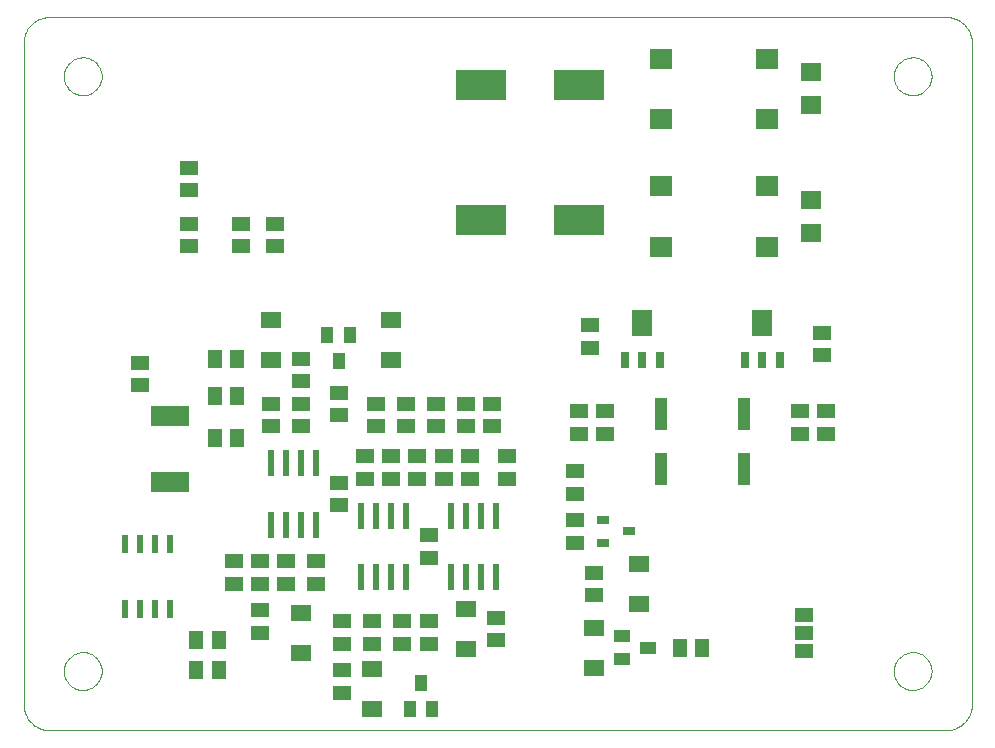
<source format=gtp>
G75*
G70*
%OFA0B0*%
%FSLAX24Y24*%
%IPPOS*%
%LPD*%
%AMOC8*
5,1,8,0,0,1.08239X$1,22.5*
%
%ADD10C,0.0000*%
%ADD11R,0.0748X0.0669*%
%ADD12R,0.0591X0.0512*%
%ADD13R,0.0709X0.0630*%
%ADD14R,0.0394X0.0276*%
%ADD15R,0.1260X0.0709*%
%ADD16R,0.0240X0.0600*%
%ADD17R,0.0236X0.0866*%
%ADD18R,0.1693X0.0984*%
%ADD19R,0.0394X0.1102*%
%ADD20R,0.0512X0.0591*%
%ADD21R,0.0709X0.0551*%
%ADD22R,0.0315X0.0551*%
%ADD23R,0.0709X0.0866*%
%ADD24R,0.0394X0.0551*%
%ADD25R,0.0551X0.0394*%
%ADD26R,0.0630X0.0460*%
D10*
X003736Y007660D02*
X033762Y007660D01*
X033763Y007660D02*
X033820Y007666D01*
X033877Y007676D01*
X033933Y007690D01*
X033988Y007708D01*
X034042Y007729D01*
X034094Y007754D01*
X034144Y007783D01*
X034192Y007815D01*
X034238Y007850D01*
X034282Y007888D01*
X034322Y007928D01*
X034360Y007972D01*
X034395Y008018D01*
X034427Y008066D01*
X034456Y008116D01*
X034481Y008168D01*
X034502Y008222D01*
X034520Y008277D01*
X034534Y008333D01*
X034544Y008390D01*
X034550Y008447D01*
X034550Y030637D01*
X034550Y030638D02*
X034544Y030695D01*
X034534Y030752D01*
X034520Y030808D01*
X034502Y030863D01*
X034481Y030917D01*
X034456Y030969D01*
X034427Y031019D01*
X034395Y031067D01*
X034360Y031113D01*
X034322Y031157D01*
X034282Y031197D01*
X034238Y031235D01*
X034192Y031270D01*
X034144Y031302D01*
X034094Y031331D01*
X034042Y031356D01*
X033988Y031377D01*
X033933Y031395D01*
X033877Y031409D01*
X033820Y031419D01*
X033763Y031425D01*
X033762Y031425D02*
X003736Y031425D01*
X003679Y031419D01*
X003622Y031409D01*
X003566Y031395D01*
X003511Y031377D01*
X003457Y031356D01*
X003405Y031331D01*
X003355Y031302D01*
X003307Y031270D01*
X003261Y031235D01*
X003217Y031197D01*
X003177Y031157D01*
X003139Y031113D01*
X003104Y031067D01*
X003072Y031019D01*
X003043Y030969D01*
X003018Y030917D01*
X002997Y030863D01*
X002979Y030808D01*
X002965Y030752D01*
X002955Y030695D01*
X002949Y030638D01*
X002949Y030637D02*
X002949Y008447D01*
X002955Y008390D01*
X002965Y008333D01*
X002979Y008277D01*
X002997Y008222D01*
X003018Y008168D01*
X003043Y008116D01*
X003072Y008066D01*
X003104Y008018D01*
X003139Y007972D01*
X003177Y007928D01*
X003217Y007888D01*
X003261Y007850D01*
X003307Y007815D01*
X003355Y007783D01*
X003405Y007754D01*
X003457Y007729D01*
X003511Y007708D01*
X003566Y007690D01*
X003622Y007676D01*
X003679Y007666D01*
X003736Y007660D01*
X004287Y009629D02*
X004289Y009679D01*
X004295Y009729D01*
X004305Y009778D01*
X004319Y009826D01*
X004336Y009873D01*
X004357Y009918D01*
X004382Y009962D01*
X004410Y010003D01*
X004442Y010042D01*
X004476Y010079D01*
X004513Y010113D01*
X004553Y010143D01*
X004595Y010170D01*
X004639Y010194D01*
X004685Y010215D01*
X004732Y010231D01*
X004780Y010244D01*
X004830Y010253D01*
X004879Y010258D01*
X004930Y010259D01*
X004980Y010256D01*
X005029Y010249D01*
X005078Y010238D01*
X005126Y010223D01*
X005172Y010205D01*
X005217Y010183D01*
X005260Y010157D01*
X005301Y010128D01*
X005340Y010096D01*
X005376Y010061D01*
X005408Y010023D01*
X005438Y009983D01*
X005465Y009940D01*
X005488Y009896D01*
X005507Y009850D01*
X005523Y009802D01*
X005535Y009753D01*
X005543Y009704D01*
X005547Y009654D01*
X005547Y009604D01*
X005543Y009554D01*
X005535Y009505D01*
X005523Y009456D01*
X005507Y009408D01*
X005488Y009362D01*
X005465Y009318D01*
X005438Y009275D01*
X005408Y009235D01*
X005376Y009197D01*
X005340Y009162D01*
X005301Y009130D01*
X005260Y009101D01*
X005217Y009075D01*
X005172Y009053D01*
X005126Y009035D01*
X005078Y009020D01*
X005029Y009009D01*
X004980Y009002D01*
X004930Y008999D01*
X004879Y009000D01*
X004830Y009005D01*
X004780Y009014D01*
X004732Y009027D01*
X004685Y009043D01*
X004639Y009064D01*
X004595Y009088D01*
X004553Y009115D01*
X004513Y009145D01*
X004476Y009179D01*
X004442Y009216D01*
X004410Y009255D01*
X004382Y009296D01*
X004357Y009340D01*
X004336Y009385D01*
X004319Y009432D01*
X004305Y009480D01*
X004295Y009529D01*
X004289Y009579D01*
X004287Y009629D01*
X004287Y029456D02*
X004289Y029506D01*
X004295Y029556D01*
X004305Y029605D01*
X004319Y029653D01*
X004336Y029700D01*
X004357Y029745D01*
X004382Y029789D01*
X004410Y029830D01*
X004442Y029869D01*
X004476Y029906D01*
X004513Y029940D01*
X004553Y029970D01*
X004595Y029997D01*
X004639Y030021D01*
X004685Y030042D01*
X004732Y030058D01*
X004780Y030071D01*
X004830Y030080D01*
X004879Y030085D01*
X004930Y030086D01*
X004980Y030083D01*
X005029Y030076D01*
X005078Y030065D01*
X005126Y030050D01*
X005172Y030032D01*
X005217Y030010D01*
X005260Y029984D01*
X005301Y029955D01*
X005340Y029923D01*
X005376Y029888D01*
X005408Y029850D01*
X005438Y029810D01*
X005465Y029767D01*
X005488Y029723D01*
X005507Y029677D01*
X005523Y029629D01*
X005535Y029580D01*
X005543Y029531D01*
X005547Y029481D01*
X005547Y029431D01*
X005543Y029381D01*
X005535Y029332D01*
X005523Y029283D01*
X005507Y029235D01*
X005488Y029189D01*
X005465Y029145D01*
X005438Y029102D01*
X005408Y029062D01*
X005376Y029024D01*
X005340Y028989D01*
X005301Y028957D01*
X005260Y028928D01*
X005217Y028902D01*
X005172Y028880D01*
X005126Y028862D01*
X005078Y028847D01*
X005029Y028836D01*
X004980Y028829D01*
X004930Y028826D01*
X004879Y028827D01*
X004830Y028832D01*
X004780Y028841D01*
X004732Y028854D01*
X004685Y028870D01*
X004639Y028891D01*
X004595Y028915D01*
X004553Y028942D01*
X004513Y028972D01*
X004476Y029006D01*
X004442Y029043D01*
X004410Y029082D01*
X004382Y029123D01*
X004357Y029167D01*
X004336Y029212D01*
X004319Y029259D01*
X004305Y029307D01*
X004295Y029356D01*
X004289Y029406D01*
X004287Y029456D01*
X031951Y029456D02*
X031953Y029506D01*
X031959Y029556D01*
X031969Y029605D01*
X031983Y029653D01*
X032000Y029700D01*
X032021Y029745D01*
X032046Y029789D01*
X032074Y029830D01*
X032106Y029869D01*
X032140Y029906D01*
X032177Y029940D01*
X032217Y029970D01*
X032259Y029997D01*
X032303Y030021D01*
X032349Y030042D01*
X032396Y030058D01*
X032444Y030071D01*
X032494Y030080D01*
X032543Y030085D01*
X032594Y030086D01*
X032644Y030083D01*
X032693Y030076D01*
X032742Y030065D01*
X032790Y030050D01*
X032836Y030032D01*
X032881Y030010D01*
X032924Y029984D01*
X032965Y029955D01*
X033004Y029923D01*
X033040Y029888D01*
X033072Y029850D01*
X033102Y029810D01*
X033129Y029767D01*
X033152Y029723D01*
X033171Y029677D01*
X033187Y029629D01*
X033199Y029580D01*
X033207Y029531D01*
X033211Y029481D01*
X033211Y029431D01*
X033207Y029381D01*
X033199Y029332D01*
X033187Y029283D01*
X033171Y029235D01*
X033152Y029189D01*
X033129Y029145D01*
X033102Y029102D01*
X033072Y029062D01*
X033040Y029024D01*
X033004Y028989D01*
X032965Y028957D01*
X032924Y028928D01*
X032881Y028902D01*
X032836Y028880D01*
X032790Y028862D01*
X032742Y028847D01*
X032693Y028836D01*
X032644Y028829D01*
X032594Y028826D01*
X032543Y028827D01*
X032494Y028832D01*
X032444Y028841D01*
X032396Y028854D01*
X032349Y028870D01*
X032303Y028891D01*
X032259Y028915D01*
X032217Y028942D01*
X032177Y028972D01*
X032140Y029006D01*
X032106Y029043D01*
X032074Y029082D01*
X032046Y029123D01*
X032021Y029167D01*
X032000Y029212D01*
X031983Y029259D01*
X031969Y029307D01*
X031959Y029356D01*
X031953Y029406D01*
X031951Y029456D01*
X031951Y009629D02*
X031953Y009679D01*
X031959Y009729D01*
X031969Y009778D01*
X031983Y009826D01*
X032000Y009873D01*
X032021Y009918D01*
X032046Y009962D01*
X032074Y010003D01*
X032106Y010042D01*
X032140Y010079D01*
X032177Y010113D01*
X032217Y010143D01*
X032259Y010170D01*
X032303Y010194D01*
X032349Y010215D01*
X032396Y010231D01*
X032444Y010244D01*
X032494Y010253D01*
X032543Y010258D01*
X032594Y010259D01*
X032644Y010256D01*
X032693Y010249D01*
X032742Y010238D01*
X032790Y010223D01*
X032836Y010205D01*
X032881Y010183D01*
X032924Y010157D01*
X032965Y010128D01*
X033004Y010096D01*
X033040Y010061D01*
X033072Y010023D01*
X033102Y009983D01*
X033129Y009940D01*
X033152Y009896D01*
X033171Y009850D01*
X033187Y009802D01*
X033199Y009753D01*
X033207Y009704D01*
X033211Y009654D01*
X033211Y009604D01*
X033207Y009554D01*
X033199Y009505D01*
X033187Y009456D01*
X033171Y009408D01*
X033152Y009362D01*
X033129Y009318D01*
X033102Y009275D01*
X033072Y009235D01*
X033040Y009197D01*
X033004Y009162D01*
X032965Y009130D01*
X032924Y009101D01*
X032881Y009075D01*
X032836Y009053D01*
X032790Y009035D01*
X032742Y009020D01*
X032693Y009009D01*
X032644Y009002D01*
X032594Y008999D01*
X032543Y009000D01*
X032494Y009005D01*
X032444Y009014D01*
X032396Y009027D01*
X032349Y009043D01*
X032303Y009064D01*
X032259Y009088D01*
X032217Y009115D01*
X032177Y009145D01*
X032140Y009179D01*
X032106Y009216D01*
X032074Y009255D01*
X032046Y009296D01*
X032021Y009340D01*
X032000Y009385D01*
X031983Y009432D01*
X031969Y009480D01*
X031959Y009529D01*
X031953Y009579D01*
X031951Y009629D01*
D11*
X027720Y023781D03*
X027720Y025789D03*
X027720Y028031D03*
X027720Y030039D03*
X024177Y030039D03*
X024177Y028031D03*
X024177Y025789D03*
X024177Y023781D03*
D12*
X021824Y021159D03*
X021824Y020411D03*
X021449Y018284D03*
X021449Y017536D03*
X022324Y017536D03*
X022324Y018284D03*
X021324Y016284D03*
X021324Y015536D03*
X021324Y014659D03*
X021324Y013911D03*
X021949Y012909D03*
X021949Y012161D03*
X018699Y011409D03*
X018699Y010661D03*
X016449Y010536D03*
X016449Y011284D03*
X015574Y011284D03*
X015574Y010536D03*
X014574Y010536D03*
X014574Y011284D03*
X013574Y011284D03*
X013574Y010536D03*
X013574Y009659D03*
X013574Y008911D03*
X010824Y010911D03*
X010824Y011659D03*
X010824Y012536D03*
X010824Y013284D03*
X011699Y013284D03*
X011699Y012536D03*
X012699Y012536D03*
X012699Y013284D03*
X013449Y015161D03*
X013449Y015909D03*
X014324Y016036D03*
X014324Y016784D03*
X015199Y016784D03*
X015199Y016036D03*
X016074Y016036D03*
X016074Y016784D03*
X016949Y016784D03*
X016949Y016036D03*
X017824Y016036D03*
X017824Y016784D03*
X017699Y017786D03*
X017699Y018534D03*
X018574Y018534D03*
X018574Y017786D03*
X019074Y016784D03*
X019074Y016036D03*
X016699Y017786D03*
X016699Y018534D03*
X015699Y018534D03*
X015699Y017786D03*
X014699Y017786D03*
X014699Y018534D03*
X013449Y018161D03*
X013449Y018909D03*
X012199Y018534D03*
X012199Y019286D03*
X012199Y020034D03*
X011199Y018534D03*
X011199Y017786D03*
X012199Y017786D03*
X009949Y013284D03*
X009949Y012536D03*
X016449Y013411D03*
X016449Y014159D03*
X011324Y023786D03*
X011324Y024534D03*
X010199Y024534D03*
X010199Y023786D03*
X008449Y023786D03*
X008449Y024534D03*
X008449Y025661D03*
X008449Y026409D03*
X006824Y019909D03*
X006824Y019161D03*
X028824Y018284D03*
X028824Y017536D03*
X029699Y017536D03*
X029699Y018284D03*
X029574Y020161D03*
X029574Y020909D03*
D13*
X029199Y024234D03*
X029199Y025336D03*
X029199Y028484D03*
X029199Y029586D03*
D14*
X022265Y014659D03*
X022265Y013911D03*
X023132Y014285D03*
D15*
X007824Y015933D03*
X007824Y018137D03*
D16*
X007824Y013865D03*
X007324Y013865D03*
X006824Y013865D03*
X006324Y013865D03*
X006324Y011705D03*
X006824Y011705D03*
X007324Y011705D03*
X007824Y011705D03*
D17*
X011199Y014511D03*
X011699Y014511D03*
X012199Y014511D03*
X012699Y014511D03*
X014199Y014809D03*
X014699Y014809D03*
X015199Y014809D03*
X015699Y014809D03*
X017199Y014809D03*
X017699Y014809D03*
X018199Y014809D03*
X018699Y014809D03*
X018699Y012761D03*
X018199Y012761D03*
X017699Y012761D03*
X017199Y012761D03*
X015699Y012761D03*
X015199Y012761D03*
X014699Y012761D03*
X014199Y012761D03*
X012699Y016559D03*
X012199Y016559D03*
X011699Y016559D03*
X011199Y016559D03*
D18*
X018190Y024660D03*
X021457Y024660D03*
X021457Y029160D03*
X018190Y029160D03*
D19*
X024199Y018210D03*
X024199Y016360D03*
X026949Y016360D03*
X026949Y018210D03*
D20*
X025573Y010410D03*
X024824Y010410D03*
X010073Y017410D03*
X009324Y017410D03*
X009324Y018785D03*
X010073Y018785D03*
X010073Y020035D03*
X009324Y020035D03*
X009448Y010660D03*
X008699Y010660D03*
X008699Y009660D03*
X009448Y009660D03*
D21*
X012199Y010241D03*
X012199Y011579D03*
X014574Y009704D03*
X014574Y008366D03*
X017699Y010366D03*
X017699Y011704D03*
X021949Y011079D03*
X021949Y009741D03*
X023449Y011866D03*
X023449Y013204D03*
X015199Y019991D03*
X015199Y021329D03*
X011199Y021329D03*
X011199Y019991D03*
D22*
X022983Y020005D03*
X023574Y020005D03*
X024164Y020005D03*
X026983Y020005D03*
X027574Y020005D03*
X028164Y020005D03*
D23*
X027574Y021218D03*
X023574Y021218D03*
D24*
X013823Y020843D03*
X013074Y020843D03*
X013449Y019977D03*
X016199Y009218D03*
X016573Y008352D03*
X015824Y008352D03*
D25*
X022890Y010036D03*
X022890Y010784D03*
X023757Y010410D03*
D26*
X028949Y010310D03*
X028949Y010910D03*
X028949Y011510D03*
M02*

</source>
